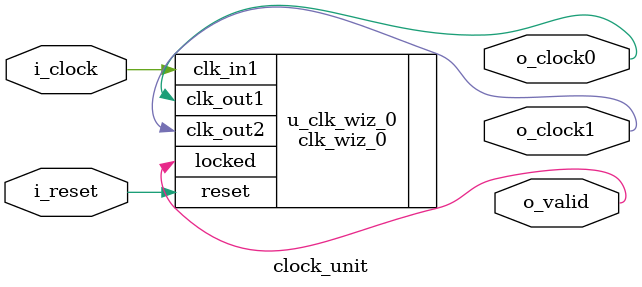
<source format=v>
`timescale 1ns / 1ps `default_nettype none

module clock_unit (
    input  wire i_clock,
    input  wire i_reset,
    output wire o_clock0,
    output wire o_clock1,
    output wire o_valid
);
  /*
        <--- IP Configuration --->
        clk_in1 = 125 MHz.
        clk_out1 = 100 MHz.
        clk_out2 = 100 MHz shifted 90°.
    */
  clk_wiz_0 u_clk_wiz_0 (
      .clk_in1(i_clock),
      .reset(i_reset),
      .clk_out1(o_clock0),
      .clk_out2(o_clock1),
      .locked(o_valid)
  );

endmodule

`default_nettype wire

</source>
